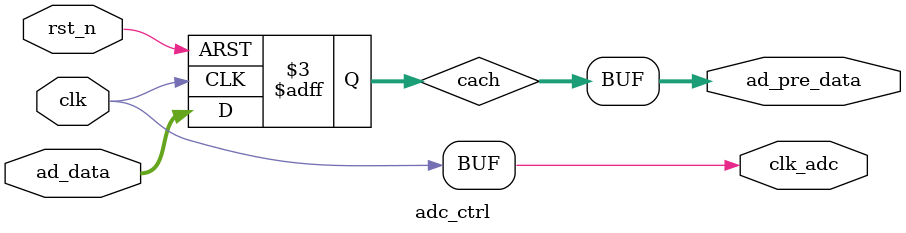
<source format=v>
`timescale 1ns / 1ps
module adc_ctrl(
     input  clk,
     input  rst_n,
     input  [7:0]ad_data,
     output [7:0]ad_pre_data,
     output clk_adc
   );

assign clk_adc = clk;
reg [7:0] cach;
always@(posedge clk or negedge rst_n)
begin
     if(rst_n == 0)
	  cach <= 0;
	  else
	  cach <= ad_data[7:0];
end




 assign ad_pre_data = cach;
endmodule





</source>
